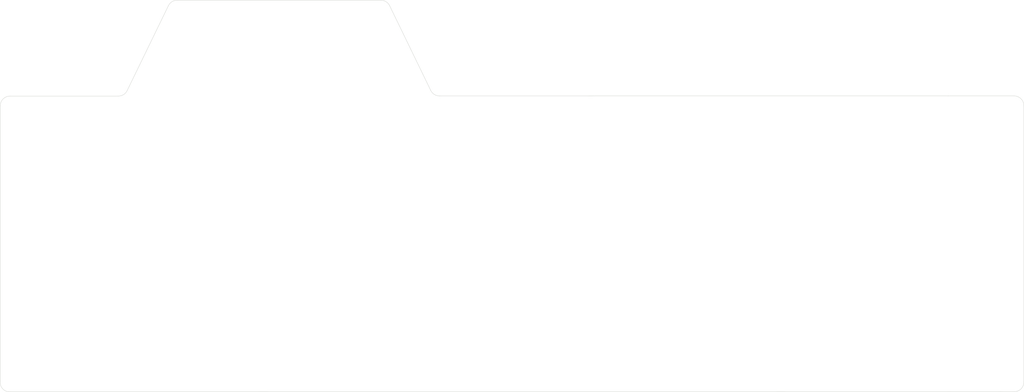
<source format=kicad_pcb>
(kicad_pcb (version 20240108) (generator "pcbnew") (generator_version "8.0")
  (layers (0 "F.Cu" signal) (31 "B.Cu" signal) (34 "B.Paste" user) (35 "F.Paste" user) (36 "B.SilkS" user "B.Silkscreen") (37 "F.SilkS" user "F.Silkscreen") (38 "B.Mask" user) (39 "F.Mask" user) (44 "Edge.Cuts" user))
  (net 0 "")
  (footprint "" (layer "F.Cu") (at 191.975 76.49)
    (property "Reference" "" (at 0 0 0) (layer "F.SilkS") (effects (font (size 1.27 1.27))))
    (property "Value" "")
    (pad "" np_thru_hole circle (at 0 0) (size 2.2 2.2) (drill 2.2) (layers "F&B.Cu" "*.Mask"))
  )
  (footprint "" (layer "F.Cu") (at 195.845 150.89)
    (property "Reference" "" (at 0 0 0) (layer "F.SilkS") (effects (font (size 1.27 1.27))))
    (property "Value" "")
    (pad "" np_thru_hole circle (at 0 0) (size 2.2 2.2) (drill 2.2) (layers "F&B.Cu" "*.Mask"))
  )
  (footprint "" (layer "F.Cu") (at 132.895 45.99)
    (property "Reference" "" (at 0 0 0) (layer "F.SilkS") (effects (font (size 1.27 1.27))))
    (property "Value" "")
    (pad "" np_thru_hole circle (at 0 0) (size 2.2 2.2) (drill 2.2) (layers "F&B.Cu" "*.Mask"))
  )
  (footprint "" (layer "F.Cu") (at 262.055 137.5)
    (property "Reference" "" (at 0 0 0) (layer "F.SilkS") (effects (font (size 1.27 1.27))))
    (property "Value" "")
    (pad "" np_thru_hole circle (at 0 0) (size 2.2 2.2) (drill 2.2) (layers "F&B.Cu" "*.Mask"))
  )
  (footprint "" (layer "F.Cu") (at 465.565 86.5)
    (property "Reference" "" (at 0 0 0) (layer "F.SilkS") (effects (font (size 1.27 1.27))))
    (property "Value" "")
    (pad "" np_thru_hole circle (at 0 0) (size 2.2 2.2) (drill 2.2) (layers "F&B.Cu" "*.Mask"))
  )
  (footprint "" (layer "F.Cu") (at 299.035 156.54)
    (property "Reference" "" (at 0 0 0) (layer "F.SilkS") (effects (font (size 1.27 1.27))))
    (property "Value" "")
    (pad "" np_thru_hole circle (at 0 0) (size 2.2 2.2) (drill 2.2) (layers "F&B.Cu" "*.Mask"))
  )
  (footprint "" (layer "F.Cu") (at 182.155 99.49)
    (property "Reference" "" (at 0 0 0) (layer "F.SilkS") (effects (font (size 1.27 1.27))))
    (property "Value" "")
    (pad "" np_thru_hole circle (at 0 0) (size 2.2 2.2) (drill 2.2) (layers "F&B.Cu" "*.Mask"))
  )
  (footprint "" (layer "F.Cu") (at 132.005 188.48)
    (property "Reference" "" (at 0 0 0) (layer "F.SilkS") (effects (font (size 1.27 1.27))))
    (property "Value" "")
    (pad "" np_thru_hole circle (at 0 0) (size 2.2 2.2) (drill 2.2) (layers "F&B.Cu" "*.Mask"))
  )
  (footprint "" (layer "F.Cu") (at 62.875 89.35)
    (property "Reference" "" (at 0 0 0) (layer "F.SilkS") (effects (font (size 1.27 1.27))))
    (property "Value" "")
    (pad "" np_thru_hole circle (at 0 0) (size 2.2 2.2) (drill 2.2) (layers "F&B.Cu" "*.Mask"))
  )
  (footprint "" (layer "F.Cu") (at 141.445 111.16)
    (property "Reference" "" (at 0 0 0) (layer "F.SilkS") (effects (font (size 1.27 1.27))))
    (property "Value" "")
    (pad "" np_thru_hole circle (at 0 0) (size 2.2 2.2) (drill 2.2) (layers "F&B.Cu" "*.Mask"))
  )
  (footprint "" (layer "F.Cu") (at 358.395 193.43)
    (property "Reference" "" (at 0 0 0) (layer "F.SilkS") (effects (font (size 1.27 1.27))))
    (property "Value" "")
    (pad "" np_thru_hole circle (at 0 0) (size 2.2 2.2) (drill 2.2) (layers "F&B.Cu" "*.Mask"))
  )
  (footprint "" (layer "F.Cu") (at 244.145 193.95)
    (property "Reference" "" (at 0 0 0) (layer "F.SilkS") (effects (font (size 1.27 1.27))))
    (property "Value" "")
    (pad "" np_thru_hole circle (at 0 0) (size 2.2 2.2) (drill 2.2) (layers "F&B.Cu" "*.Mask"))
  )
  (footprint "" (layer "F.Cu") (at 203.165 188.36)
    (property "Reference" "" (at 0 0 0) (layer "F.SilkS") (effects (font (size 1.27 1.27))))
    (property "Value" "")
    (pad "" np_thru_hole circle (at 0 0) (size 2.2 2.2) (drill 2.2) (layers "F&B.Cu" "*.Mask"))
  )
  (footprint "" (layer "F.Cu") (at 131.875 150.87)
    (property "Reference" "" (at 0 0 0) (layer "F.SilkS") (effects (font (size 1.27 1.27))))
    (property "Value" "")
    (pad "" np_thru_hole circle (at 0 0) (size 2.2 2.2) (drill 2.2) (layers "F&B.Cu" "*.Mask"))
  )
  (footprint "" (layer "F.Cu") (at 464.045 185.2)
    (property "Reference" "" (at 0 0 0) (layer "F.SilkS") (effects (font (size 1.27 1.27))))
    (property "Value" "")
    (pad "" np_thru_hole circle (at 0 0) (size 2.2 2.2) (drill 2.2) (layers "F&B.Cu" "*.Mask"))
  )
  (footprint "" (layer "F.Cu") (at 203.655 111.02)
    (property "Reference" "" (at 0 0 0) (layer "F.SilkS") (effects (font (size 1.27 1.27))))
    (property "Value" "")
    (pad "" np_thru_hole circle (at 0 0) (size 2.2 2.2) (drill 2.2) (layers "F&B.Cu" "*.Mask"))
  )
  (footprint "" (layer "F.Cu") (at 414.275 175.67)
    (property "Reference" "" (at 0 0 0) (layer "F.SilkS") (effects (font (size 1.27 1.27))))
    (property "Value" "")
    (pad "" np_thru_hole circle (at 0 0) (size 2.2 2.2) (drill 2.2) (layers "F&B.Cu" "*.Mask"))
  )
  (footprint "" (layer "F.Cu") (at 226.965 74.39)
    (property "Reference" "" (at 0 0 0) (layer "F.SilkS") (effects (font (size 1.27 1.27))))
    (property "Value" "")
    (pad "" np_thru_hole circle (at 0 0) (size 2.2 2.2) (drill 2.2) (layers "F&B.Cu" "*.Mask"))
  )
  (footprint "" (layer "F.Cu") (at 415.575 81.26)
    (property "Reference" "" (at 0 0 0) (layer "F.SilkS") (effects (font (size 1.27 1.27))))
    (property "Value" "")
    (pad "" np_thru_hole circle (at 0 0) (size 2.2 2.2) (drill 2.2) (layers "F&B.Cu" "*.Mask"))
  )
  (footprint "" (layer "F.Cu") (at 395.115 137.75)
    (property "Reference" "" (at 0 0 0) (layer "F.SilkS") (effects (font (size 1.27 1.27))))
    (property "Value" "")
    (pad "" np_thru_hole circle (at 0 0) (size 2.2 2.2) (drill 2.2) (layers "F&B.Cu" "*.Mask"))
  )
  (footprint "" (layer "F.Cu") (at 337.845 119.28)
    (property "Reference" "" (at 0 0 0) (layer "F.SilkS") (effects (font (size 1.27 1.27))))
    (property "Value" "")
    (pad "" np_thru_hole circle (at 0 0) (size 2.2 2.2) (drill 2.2) (layers "F&B.Cu" "*.Mask"))
  )
  (footprint "" (layer "F.Cu") (at 91.275 188.63)
    (property "Reference" "" (at 0 0 0) (layer "F.SilkS") (effects (font (size 1.27 1.27))))
    (property "Value" "")
    (pad "" np_thru_hole circle (at 0 0) (size 2.2 2.2) (drill 2.2) (layers "F&B.Cu" "*.Mask"))
  )
  (footprint "" (layer "F.Cu") (at 358.545 81.2)
    (property "Reference" "" (at 0 0 0) (layer "F.SilkS") (effects (font (size 1.27 1.27))))
    (property "Value" "")
    (pad "" np_thru_hole circle (at 0 0) (size 2.2 2.2) (drill 2.2) (layers "F&B.Cu" "*.Mask"))
  )
  (gr_line (start 476.472944 193.465586) (end 476.472944 80.851246) (stroke (width 0.15)) (layer "Edge.Cuts"))
  (gr_line (start 445.798641 197.459839) (end 472.438822 197.465441) (stroke (width 0.15)) (layer "Edge.Cuts"))
  (gr_arc (start 238.270803 76.869165) (mid 236.148641 76.259839) (end 234.67308 74.617419) (stroke (width 0.15)) (layer "Edge.Cuts"))
  (gr_arc (start 110.917143 74.678109) (mid 109.441566 76.320519) (end 107.31942 76.929855) (stroke (width 0.15)) (layer "Edge.Cuts"))
  (gr_arc (start 127.728745 40.081601) (mid 129.204338 38.439237) (end 131.326468 37.829855) (stroke (width 0.15)) (layer "Edge.Cuts"))
  (gr_line (start 59.172944 80.929855) (end 59.172944 193.229855) (stroke (width 0.15)) (layer "Edge.Cuts"))
  (gr_arc (start 472.46157 76.851262) (mid 475.297374 78.018786) (end 476.472944 80.851246) (stroke (width 0.15)) (layer "Edge.Cuts"))
  (gr_line (start 445.618641 76.849839) (end 238.270803 76.869165) (stroke (width 0.15)) (layer "Edge.Cuts"))
  (gr_arc (start 59.172944 80.929855) (mid 60.344514 78.101413) (end 63.172944 76.929855) (stroke (width 0.15)) (layer "Edge.Cuts"))
  (gr_line (start 62.717642 197.484578) (end 445.798641 197.459839) (stroke (width 0.15)) (layer "Edge.Cuts"))
  (gr_arc (start 62.717642 197.484578) (mid 60.048057 196.104723) (end 59.172944 193.229855) (stroke (width 0.15)) (layer "Edge.Cuts"))
  (gr_line (start 472.46157 76.851262) (end 445.618641 76.849839) (stroke (width 0.15)) (layer "Edge.Cuts"))
  (gr_arc (start 476.472916 193.465586) (mid 475.289253 196.306032) (end 472.438822 197.465441) (stroke (width 0.15)) (layer "Edge.Cuts"))
  (gr_line (start 107.31942 76.929855) (end 63.172944 76.929855) (stroke (width 0.15)) (layer "Edge.Cuts"))
  (gr_line (start 234.67308 74.617419) (end 217.917143 40.081601) (stroke (width 0.15)) (layer "Edge.Cuts"))
  (gr_line (start 127.728745 40.081601) (end 110.917143 74.678109) (stroke (width 0.15)) (layer "Edge.Cuts"))
  (gr_line (start 131.326468 37.829855) (end 214.31942 37.829855) (stroke (width 0.15)) (layer "Edge.Cuts"))
  (gr_arc (start 214.31942 37.829855) (mid 216.441572 38.43919) (end 217.917143 40.081601) (stroke (width 0.15)) (layer "Edge.Cuts"))
)
</source>
